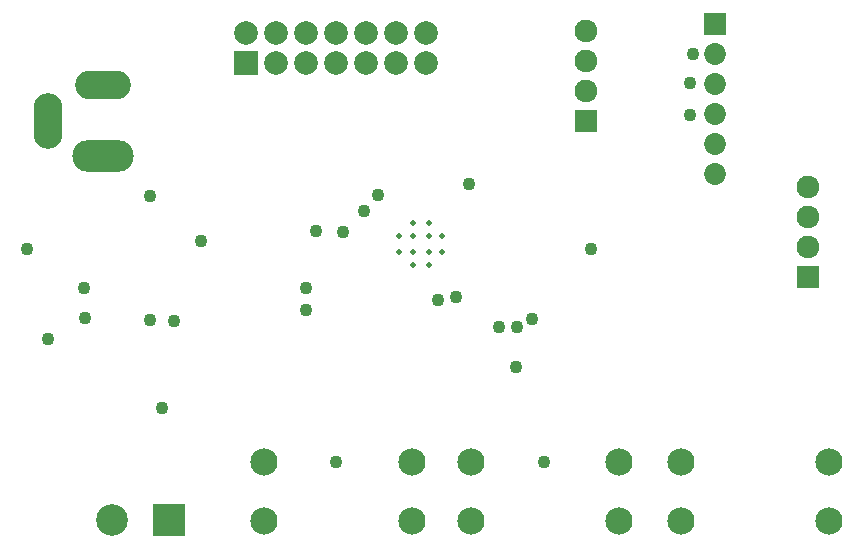
<source format=gbs>
G04*
G04 #@! TF.GenerationSoftware,Altium Limited,Altium Designer,24.10.1 (45)*
G04*
G04 Layer_Color=16711935*
%FSLAX44Y44*%
%MOMM*%
G71*
G04*
G04 #@! TF.SameCoordinates,AA472AB2-6637-4989-BC3C-C099BA8EEFD1*
G04*
G04*
G04 #@! TF.FilePolarity,Negative*
G04*
G01*
G75*
%ADD32C,1.9282*%
%ADD33R,1.9282X1.9282*%
%ADD34R,1.8532X1.8532*%
%ADD35C,1.8532*%
%ADD36C,2.6782*%
%ADD37R,2.6782X2.6782*%
%ADD38C,0.5032*%
%ADD39R,2.0032X2.0032*%
%ADD40C,2.0032*%
%ADD41O,2.4532X4.7032*%
%ADD42O,4.7032X2.4532*%
%ADD43O,5.2032X2.7032*%
%ADD44C,2.3032*%
%ADD45C,1.0922*%
D32*
X713740Y341630D02*
D03*
Y316230D02*
D03*
Y290830D02*
D03*
X525780Y473710D02*
D03*
Y448310D02*
D03*
Y422910D02*
D03*
D33*
X713740Y265430D02*
D03*
X525780Y397510D02*
D03*
D34*
X635000Y480060D02*
D03*
D35*
Y454660D02*
D03*
Y429260D02*
D03*
Y403860D02*
D03*
Y378460D02*
D03*
Y353060D02*
D03*
D36*
X124460Y59690D02*
D03*
D37*
X171960D02*
D03*
D38*
X403380Y300430D02*
D03*
Y286730D02*
D03*
X367380Y300430D02*
D03*
Y286730D02*
D03*
X392230Y311580D02*
D03*
X378530D02*
D03*
X392230Y275580D02*
D03*
X378530D02*
D03*
X392230Y286730D02*
D03*
Y300430D02*
D03*
X378530D02*
D03*
Y286730D02*
D03*
D39*
X237490Y447040D02*
D03*
D40*
Y472440D02*
D03*
X262890Y447040D02*
D03*
Y472440D02*
D03*
X288290Y447040D02*
D03*
Y472440D02*
D03*
X313690Y447040D02*
D03*
Y472440D02*
D03*
X339090Y447040D02*
D03*
Y472440D02*
D03*
X364490Y447040D02*
D03*
Y472440D02*
D03*
X389890Y447040D02*
D03*
Y472440D02*
D03*
D41*
X69720Y398000D02*
D03*
D42*
X116720Y428000D02*
D03*
D43*
Y368000D02*
D03*
D44*
X730790Y59220D02*
D03*
X605790D02*
D03*
X730790Y109220D02*
D03*
X605790D02*
D03*
X552990Y59220D02*
D03*
X427990D02*
D03*
X552990Y109220D02*
D03*
X427990D02*
D03*
X377730Y59220D02*
D03*
X252730D02*
D03*
X377730Y109220D02*
D03*
X252730D02*
D03*
D45*
X452120Y223520D02*
D03*
X467360D02*
D03*
X480060Y229870D02*
D03*
X166370Y154940D02*
D03*
X415590Y248629D02*
D03*
X529590Y289560D02*
D03*
X314008Y109160D02*
D03*
X490220Y109220D02*
D03*
X466090Y189230D02*
D03*
X400050Y246380D02*
D03*
X613410Y402590D02*
D03*
X337820Y321310D02*
D03*
X613474Y429508D02*
D03*
X349250Y335280D02*
D03*
X615950Y454660D02*
D03*
X426720Y344170D02*
D03*
X297180Y304800D02*
D03*
X320040Y303530D02*
D03*
X288290Y237490D02*
D03*
Y256540D02*
D03*
X52070Y289560D02*
D03*
X101600Y231140D02*
D03*
X69850Y213360D02*
D03*
X100330Y256540D02*
D03*
X156210Y334010D02*
D03*
X199390Y295910D02*
D03*
X176500Y227960D02*
D03*
X156500Y228960D02*
D03*
M02*

</source>
